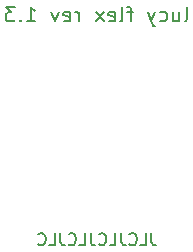
<source format=gbr>
G04 #@! TF.GenerationSoftware,KiCad,Pcbnew,(6.0.1-0)*
G04 #@! TF.CreationDate,2022-04-26T12:30:30-05:00*
G04 #@! TF.ProjectId,plate,706c6174-652e-46b6-9963-61645f706362,rev?*
G04 #@! TF.SameCoordinates,Original*
G04 #@! TF.FileFunction,Legend,Bot*
G04 #@! TF.FilePolarity,Positive*
%FSLAX46Y46*%
G04 Gerber Fmt 4.6, Leading zero omitted, Abs format (unit mm)*
G04 Created by KiCad (PCBNEW (6.0.1-0)) date 2022-04-26 12:30:30*
%MOMM*%
%LPD*%
G01*
G04 APERTURE LIST*
%ADD10C,0.200000*%
%ADD11C,0.150000*%
G04 APERTURE END LIST*
D10*
X396804940Y-79146792D02*
X396923987Y-79087268D01*
X396983511Y-78968220D01*
X396983511Y-77896792D01*
X395793035Y-78313458D02*
X395793035Y-79146792D01*
X396328749Y-78313458D02*
X396328749Y-78968220D01*
X396269225Y-79087268D01*
X396150178Y-79146792D01*
X395971606Y-79146792D01*
X395852559Y-79087268D01*
X395793035Y-79027744D01*
X394662082Y-79087268D02*
X394781130Y-79146792D01*
X395019225Y-79146792D01*
X395138273Y-79087268D01*
X395197797Y-79027744D01*
X395257321Y-78908696D01*
X395257321Y-78551554D01*
X395197797Y-78432506D01*
X395138273Y-78372982D01*
X395019225Y-78313458D01*
X394781130Y-78313458D01*
X394662082Y-78372982D01*
X394245416Y-78313458D02*
X393947797Y-79146792D01*
X393650178Y-78313458D02*
X393947797Y-79146792D01*
X394066844Y-79444411D01*
X394126368Y-79503935D01*
X394245416Y-79563458D01*
X392400178Y-78313458D02*
X391923987Y-78313458D01*
X392221606Y-79146792D02*
X392221606Y-78075363D01*
X392162082Y-77956316D01*
X392043035Y-77896792D01*
X391923987Y-77896792D01*
X391328749Y-79146792D02*
X391447797Y-79087268D01*
X391507321Y-78968220D01*
X391507321Y-77896792D01*
X390376368Y-79087268D02*
X390495416Y-79146792D01*
X390733511Y-79146792D01*
X390852559Y-79087268D01*
X390912082Y-78968220D01*
X390912082Y-78492030D01*
X390852559Y-78372982D01*
X390733511Y-78313458D01*
X390495416Y-78313458D01*
X390376368Y-78372982D01*
X390316844Y-78492030D01*
X390316844Y-78611077D01*
X390912082Y-78730125D01*
X389900178Y-79146792D02*
X389245416Y-78313458D01*
X389900178Y-78313458D02*
X389245416Y-79146792D01*
X387816844Y-79146792D02*
X387816844Y-78313458D01*
X387816844Y-78551554D02*
X387757321Y-78432506D01*
X387697797Y-78372982D01*
X387578749Y-78313458D01*
X387459702Y-78313458D01*
X386566844Y-79087268D02*
X386685892Y-79146792D01*
X386923987Y-79146792D01*
X387043035Y-79087268D01*
X387102559Y-78968220D01*
X387102559Y-78492030D01*
X387043035Y-78372982D01*
X386923987Y-78313458D01*
X386685892Y-78313458D01*
X386566844Y-78372982D01*
X386507321Y-78492030D01*
X386507321Y-78611077D01*
X387102559Y-78730125D01*
X386090654Y-78313458D02*
X385793035Y-79146792D01*
X385495416Y-78313458D01*
X383412082Y-79146792D02*
X384126368Y-79146792D01*
X383769225Y-79146792D02*
X383769225Y-77896792D01*
X383888273Y-78075363D01*
X384007321Y-78194411D01*
X384126368Y-78253935D01*
X382876368Y-79027744D02*
X382816844Y-79087268D01*
X382876368Y-79146792D01*
X382935892Y-79087268D01*
X382876368Y-79027744D01*
X382876368Y-79146792D01*
X382400178Y-77896792D02*
X381626368Y-77896792D01*
X382043035Y-78372982D01*
X381864463Y-78372982D01*
X381745416Y-78432506D01*
X381685892Y-78492030D01*
X381626368Y-78611077D01*
X381626368Y-78908696D01*
X381685892Y-79027744D01*
X381745416Y-79087268D01*
X381864463Y-79146792D01*
X382221606Y-79146792D01*
X382340654Y-79087268D01*
X382400178Y-79027744D01*
D11*
X393953749Y-97083712D02*
X393953749Y-97797998D01*
X394001368Y-97940855D01*
X394096606Y-98036093D01*
X394239463Y-98083712D01*
X394334702Y-98083712D01*
X393001368Y-98083712D02*
X393477559Y-98083712D01*
X393477559Y-97083712D01*
X392096606Y-97988474D02*
X392144225Y-98036093D01*
X392287082Y-98083712D01*
X392382321Y-98083712D01*
X392525178Y-98036093D01*
X392620416Y-97940855D01*
X392668035Y-97845617D01*
X392715654Y-97655141D01*
X392715654Y-97512284D01*
X392668035Y-97321808D01*
X392620416Y-97226570D01*
X392525178Y-97131332D01*
X392382321Y-97083712D01*
X392287082Y-97083712D01*
X392144225Y-97131332D01*
X392096606Y-97178951D01*
X391382321Y-97083712D02*
X391382321Y-97797998D01*
X391429940Y-97940855D01*
X391525178Y-98036093D01*
X391668035Y-98083712D01*
X391763273Y-98083712D01*
X390429940Y-98083712D02*
X390906130Y-98083712D01*
X390906130Y-97083712D01*
X389525178Y-97988474D02*
X389572797Y-98036093D01*
X389715654Y-98083712D01*
X389810892Y-98083712D01*
X389953749Y-98036093D01*
X390048987Y-97940855D01*
X390096606Y-97845617D01*
X390144225Y-97655141D01*
X390144225Y-97512284D01*
X390096606Y-97321808D01*
X390048987Y-97226570D01*
X389953749Y-97131332D01*
X389810892Y-97083712D01*
X389715654Y-97083712D01*
X389572797Y-97131332D01*
X389525178Y-97178951D01*
X388810892Y-97083712D02*
X388810892Y-97797998D01*
X388858511Y-97940855D01*
X388953749Y-98036093D01*
X389096606Y-98083712D01*
X389191844Y-98083712D01*
X387858511Y-98083712D02*
X388334702Y-98083712D01*
X388334702Y-97083712D01*
X386953749Y-97988474D02*
X387001368Y-98036093D01*
X387144225Y-98083712D01*
X387239463Y-98083712D01*
X387382321Y-98036093D01*
X387477559Y-97940855D01*
X387525178Y-97845617D01*
X387572797Y-97655141D01*
X387572797Y-97512284D01*
X387525178Y-97321808D01*
X387477559Y-97226570D01*
X387382321Y-97131332D01*
X387239463Y-97083712D01*
X387144225Y-97083712D01*
X387001368Y-97131332D01*
X386953749Y-97178951D01*
X386239463Y-97083712D02*
X386239463Y-97797998D01*
X386287082Y-97940855D01*
X386382321Y-98036093D01*
X386525178Y-98083712D01*
X386620416Y-98083712D01*
X385287082Y-98083712D02*
X385763273Y-98083712D01*
X385763273Y-97083712D01*
X384382321Y-97988474D02*
X384429940Y-98036093D01*
X384572797Y-98083712D01*
X384668035Y-98083712D01*
X384810892Y-98036093D01*
X384906130Y-97940855D01*
X384953749Y-97845617D01*
X385001368Y-97655141D01*
X385001368Y-97512284D01*
X384953749Y-97321808D01*
X384906130Y-97226570D01*
X384810892Y-97131332D01*
X384668035Y-97083712D01*
X384572797Y-97083712D01*
X384429940Y-97131332D01*
X384382321Y-97178951D01*
M02*

</source>
